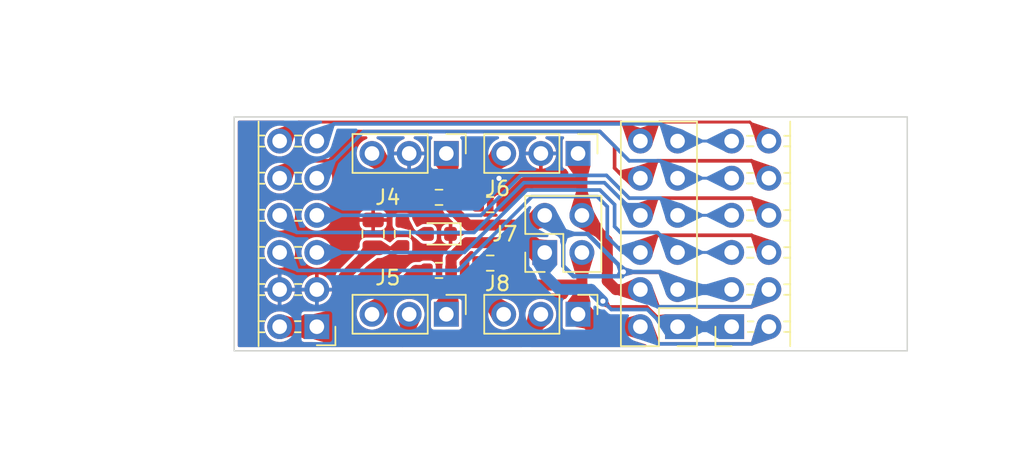
<source format=kicad_pcb>
(kicad_pcb (version 20221018) (generator pcbnew)
  (layers (0 "F.Cu" power) (31 "B.Cu" mixed) (34 "B.Paste" user) (35 "F.Paste" user) (36 "B.SilkS" user "B.Silkscreen") (37 "F.SilkS" user "F.Silkscreen") (38 "B.Mask" user) (39 "F.Mask" user) (44 "Edge.Cuts" user))
  (net 0 "")
  (net 1 "/in_1")
  (net 2 "/in_7")
  (net 3 "/in_2")
  (net 4 "/in_8")
  (net 5 "/in_3")
  (net 6 "/in_9")
  (net 7 "/in_4")
  (net 8 "/in_10")
  (net 9 "/in_gnd")
  (net 10 "/in_pwr")
  (net 11 "/out_gnd_5")
  (net 12 "/out_gnd_11")
  (net 13 "/out_pwr_6")
  (net 14 "/out_pwr_12")
  (net 15 "Net-(D1-A)")
  (net 16 "Net-(J4-Pin_3)")
  (net 17 "Net-(J5-Pin_3)")
  (net 18 "Net-(J6-Pin_3)")
  (net 19 "Net-(J8-Pin_3)")
  (footprint "Capacitor_SMD:C_0805_2012Metric" (layer "F.Cu") (at 92.5 84 90)
    (fp_text reference "C1" hide)
    (fp_text value "22u")
    (fp_line (start -0.261252 -0.735) (end 0.261252 -0.735) (stroke (width 0.12)) (layer "F.SilkS"))
    (fp_line (start -0.261252 0.735) (end 0.261252 0.735) (stroke (width 0.12)) (layer "F.SilkS"))
    (pad "1" smd roundrect (at -0.95 0 90) (size 1 1.45) (layers "F.Cu" "F.Paste" "F.Mask") (net 10 "/in_pwr"))
    (pad "2" smd roundrect (at 0.95 0 90) (size 1 1.45) (layers "F.Cu" "F.Paste" "F.Mask") (net 9 "/in_gnd"))
  )
  (footprint "Resistor_SMD:R_0603_1608Metric" (layer "F.Cu") (at 100.5 86)
    (fp_text reference "R4" hide)
    (fp_text value "R_sense")
    (fp_line (start -0.237258 -0.5225) (end 0.237258 -0.5225) (stroke (width 0.12)) (layer "F.SilkS"))
    (fp_line (start -0.237258 0.5225) (end 0.237258 0.5225) (stroke (width 0.12)) (layer "F.SilkS"))
    (pad "1" smd roundrect (at -0.825 0) (size 0.8 0.95) (layers "F.Cu" "F.Paste" "F.Mask") (net 19 "Net-(J8-Pin_3)"))
    (pad "2" smd roundrect (at 0.825 0) (size 0.8 0.95) (layers "F.Cu" "F.Paste" "F.Mask") (net 13 "/out_pwr_6"))
  )
  (footprint "LED_SMD:LED_0603_1608Metric" (layer "F.Cu") (at 97 84 180)
    (fp_text reference "D1" hide)
    (fp_text value "0603_LED_Green")
    (fp_line (start -1.485 -0.735) (end -1.485 0.735) (stroke (width 0.12)) (layer "F.SilkS"))
    (fp_line (start -1.485 0.735) (end 0.8 0.735) (stroke (width 0.12)) (layer "F.SilkS"))
    (fp_line (start 0.8 -0.735) (end -1.485 -0.735) (stroke (width 0.12)) (layer "F.SilkS"))
    (pad "1" smd roundrect (at -0.7875 0 180) (size 0.875 0.95) (layers "F.Cu" "F.Paste" "F.Mask") (net 9 "/in_gnd"))
    (pad "2" smd roundrect (at 0.7875 0 180) (size 0.875 0.95) (layers "F.Cu" "F.Paste" "F.Mask") (net 15 "Net-(D1-A)"))
  )
  (footprint "Connector_PinHeader_2.54mm:PinHeader_1x03_P2.54mm_Vertical" (layer "F.Cu") (at 106.5 78.5 -90)
    (fp_text reference "J6" (at 2.4 5.5 180) (layer "F.SilkS"))
    (fp_text value "Conn_01x03")
    (fp_line (start -1.33 -1.33) (end 0 -1.33) (stroke (width 0.12)) (layer "F.SilkS"))
    (fp_line (start -1.33 0) (end -1.33 -1.33) (stroke (width 0.12)) (layer "F.SilkS"))
    (fp_line (start -1.33 1.27) (end -1.33 6.41) (stroke (width 0.12)) (layer "F.SilkS"))
    (fp_line (start -1.33 1.27) (end 1.33 1.27) (stroke (width 0.12)) (layer "F.SilkS"))
    (fp_line (start -1.33 6.41) (end 1.33 6.41) (stroke (width 0.12)) (layer "F.SilkS"))
    (fp_line (start 1.33 1.27) (end 1.33 6.41) (stroke (width 0.12)) (layer "F.SilkS"))
    (pad "1" thru_hole rect (at 0 0 270) (size 1.7 1.7) (drill 1) (layers "*.Cu" "*.Mask") (net 11 "/out_gnd_5"))
    (pad "2" thru_hole oval (at 0 2.54 270) (size 1.7 1.7) (drill 1) (layers "*.Cu" "*.Mask") (net 9 "/in_gnd"))
    (pad "3" thru_hole oval (at 0 5.08 270) (size 1.7 1.7) (drill 1) (layers "*.Cu" "*.Mask") (net 18 "Net-(J6-Pin_3)"))
  )
  (footprint "Connector_PinHeader_2.54mm:PinHeader_1x03_P2.54mm_Vertical" (layer "F.Cu") (at 106.5 89.5 -90)
    (fp_text reference "J8" (at -2.1 5.5 180) (layer "F.SilkS"))
    (fp_text value "Conn_01x03")
    (fp_line (start -1.33 -1.33) (end 0 -1.33) (stroke (width 0.12)) (layer "F.SilkS"))
    (fp_line (start -1.33 0) (end -1.33 -1.33) (stroke (width 0.12)) (layer "F.SilkS"))
    (fp_line (start -1.33 1.27) (end -1.33 6.41) (stroke (width 0.12)) (layer "F.SilkS"))
    (fp_line (start -1.33 1.27) (end 1.33 1.27) (stroke (width 0.12)) (layer "F.SilkS"))
    (fp_line (start -1.33 6.41) (end 1.33 6.41) (stroke (width 0.12)) (layer "F.SilkS"))
    (fp_line (start 1.33 1.27) (end 1.33 6.41) (stroke (width 0.12)) (layer "F.SilkS"))
    (pad "1" thru_hole rect (at 0 0 270) (size 1.7 1.7) (drill 1) (layers "*.Cu" "*.Mask") (net 13 "/out_pwr_6"))
    (pad "2" thru_hole oval (at 0 2.54 270) (size 1.7 1.7) (drill 1) (layers "*.Cu" "*.Mask") (net 10 "/in_pwr"))
    (pad "3" thru_hole oval (at 0 5.08 270) (size 1.7 1.7) (drill 1) (layers "*.Cu" "*.Mask") (net 19 "Net-(J8-Pin_3)"))
  )
  (footprint "Resistor_SMD:R_0603_1608Metric" (layer "F.Cu") (at 97 86.5)
    (fp_text reference "R2" hide)
    (fp_text value "R_sense")
    (fp_line (start -0.237258 -0.5225) (end 0.237258 -0.5225) (stroke (width 0.12)) (layer "F.SilkS"))
    (fp_line (start -0.237258 0.5225) (end 0.237258 0.5225) (stroke (width 0.12)) (layer "F.SilkS"))
    (pad "1" smd roundrect (at -0.825 0) (size 0.8 0.95) (layers "F.Cu" "F.Paste" "F.Mask") (net 17 "Net-(J5-Pin_3)"))
    (pad "2" smd roundrect (at 0.825 0) (size 0.8 0.95) (layers "F.Cu" "F.Paste" "F.Mask") (net 14 "/out_pwr_12"))
  )
  (footprint "Connector_PinHeader_2.54mm:PinHeader_1x03_P2.54mm_Vertical" (layer "F.Cu") (at 97.5 89.5 -90)
    (fp_text reference "J5" (at -2.5 4 -180) (layer "F.SilkS"))
    (fp_text value "Conn_01x03")
    (fp_line (start -1.33 -1.33) (end 0 -1.33) (stroke (width 0.12)) (layer "F.SilkS"))
    (fp_line (start -1.33 0) (end -1.33 -1.33) (stroke (width 0.12)) (layer "F.SilkS"))
    (fp_line (start -1.33 1.27) (end -1.33 6.41) (stroke (width 0.12)) (layer "F.SilkS"))
    (fp_line (start -1.33 1.27) (end 1.33 1.27) (stroke (width 0.12)) (layer "F.SilkS"))
    (fp_line (start -1.33 6.41) (end 1.33 6.41) (stroke (width 0.12)) (layer "F.SilkS"))
    (fp_line (start 1.33 1.27) (end 1.33 6.41) (stroke (width 0.12)) (layer "F.SilkS"))
    (pad "1" thru_hole rect (at 0 0 270) (size 1.7 1.7) (drill 1) (layers "*.Cu" "*.Mask") (net 14 "/out_pwr_12"))
    (pad "2" thru_hole oval (at 0 2.54 270) (size 1.7 1.7) (drill 1) (layers "*.Cu" "*.Mask") (net 10 "/in_pwr"))
    (pad "3" thru_hole oval (at 0 5.08 270) (size 1.7 1.7) (drill 1) (layers "*.Cu" "*.Mask") (net 17 "Net-(J5-Pin_3)"))
  )
  (footprint "Connector_PinHeader_2.54mm:PinHeader_2x06_P2.54mm_Vertical" (layer "F.Cu") (at 113.3 90.35 180)
    (fp_text reference "J2" hide)
    (fp_text value "Conn_02x06_pins")
    (fp_line (start -1.33 -1.33) (end 0 -1.33) (stroke (width 0.12)) (layer "F.SilkS"))
    (fp_line (start -1.33 0) (end -1.33 -1.33) (stroke (width 0.12)) (layer "F.SilkS"))
    (fp_line (start -1.33 1.27) (end -1.33 14.03) (stroke (width 0.12)) (layer "F.SilkS"))
    (fp_line (start -1.33 1.27) (end 1.27 1.27) (stroke (width 0.12)) (layer "F.SilkS"))
    (fp_line (start -1.33 14.03) (end 3.87 14.03) (stroke (width 0.12)) (layer "F.SilkS"))
    (fp_line (start 1.27 -1.33) (end 3.87 -1.33) (stroke (width 0.12)) (layer "F.SilkS"))
    (fp_line (start 1.27 1.27) (end 1.27 -1.33) (stroke (width 0.12)) (layer "F.SilkS"))
    (fp_line (start 3.87 -1.33) (end 3.87 14.03) (stroke (width 0.12)) (layer "F.SilkS"))
    (pad "1" thru_hole rect (at 0 0 180) (size 1.7 1.7) (drill 1) (layers "*.Cu" "*.Mask") (net 14 "/out_pwr_12"))
    (pad "2" thru_hole oval (at 2.54 0 180) (size 1.7 1.7) (drill 1) (layers "*.Cu" "*.Mask") (net 13 "/out_pwr_6"))
    (pad "3" thru_hole oval (at 0 2.54 180) (size 1.7 1.7) (drill 1) (layers "*.Cu" "*.Mask") (net 12 "/out_gnd_11"))
    (pad "4" thru_hole oval (at 2.54 2.54 180) (size 1.7 1.7) (drill 1) (layers "*.Cu" "*.Mask") (net 11 "/out_gnd_5"))
    (pad "5" thru_hole oval (at 0 5.08 180) (size 1.7 1.7) (drill 1) (layers "*.Cu" "*.Mask") (net 8 "/in_10"))
    (pad "6" thru_hole oval (at 2.54 5.08 180) (size 1.7 1.7) (drill 1) (layers "*.Cu" "*.Mask") (net 7 "/in_4"))
    (pad "7" thru_hole oval (at 0 7.62 180) (size 1.7 1.7) (drill 1) (layers "*.Cu" "*.Mask") (net 6 "/in_9"))
    (pad "8" thru_hole oval (at 2.54 7.62 180) (size 1.7 1.7) (drill 1) (layers "*.Cu" "*.Mask") (net 5 "/in_3"))
    (pad "9" thru_hole oval (at 0 10.16 180) (size 1.7 1.7) (drill 1) (layers "*.Cu" "*.Mask") (net 4 "/in_8"))
    (pad "10" thru_hole oval (at 2.54 10.16 180) (size 1.7 1.7) (drill 1) (layers "*.Cu" "*.Mask") (net 3 "/in_2"))
    (pad "11" thru_hole oval (at 0 12.7 180) (size 1.7 1.7) (drill 1) (layers "*.Cu" "*.Mask") (net 2 "/in_7"))
    (pad "12" thru_hole oval (at 2.54 12.7 180) (size 1.7 1.7) (drill 1) (layers "*.Cu" "*.Mask") (net 1 "/in_1"))
  )
  (footprint "Resistor_SMD:R_0603_1608Metric" (layer "F.Cu") (at 97 81.5)
    (fp_text reference "R1" hide)
    (fp_text value "R_sense")
    (fp_line (start -0.237258 -0.5225) (end 0.237258 -0.5225) (stroke (width 0.12)) (layer "F.SilkS"))
    (fp_line (start -0.237258 0.5225) (end 0.237258 0.5225) (stroke (width 0.12)) (layer "F.SilkS"))
    (pad "1" smd roundrect (at -0.825 0) (size 0.8 0.95) (layers "F.Cu" "F.Paste" "F.Mask") (net 16 "Net-(J4-Pin_3)"))
    (pad "2" smd roundrect (at 0.825 0) (size 0.8 0.95) (layers "F.Cu" "F.Paste" "F.Mask") (net 12 "/out_gnd_11"))
  )
  (footprint "Connector_PinHeader_2.54mm:PinHeader_2x06_P2.54mm_Horizontal" (layer "F.Cu") (at 88.65 90.35 180)
    (fp_text reference "J1" hide)
    (fp_text value "Conn_02x06_male_plug")
    (fp_line (start -1.27 -1.27) (end 0 -1.27) (stroke (width 0.12)) (layer "F.SilkS"))
    (fp_line (start -1.27 0) (end -1.27 -1.27) (stroke (width 0.12)) (layer "F.SilkS"))
    (fp_line (start 1.042929 2.16) (end 1.497071 2.16) (stroke (width 0.12)) (layer "F.SilkS"))
    (fp_line (start 1.042929 2.92) (end 1.497071 2.92) (stroke (width 0.12)) (layer "F.SilkS"))
    (fp_line (start 1.042929 4.7) (end 1.497071 4.7) (stroke (width 0.12)) (layer "F.SilkS"))
    (fp_line (start 1.042929 5.46) (end 1.497071 5.46) (stroke (width 0.12)) (layer "F.SilkS"))
    (fp_line (start 1.042929 7.24) (end 1.497071 7.24) (stroke (width 0.12)) (layer "F.SilkS"))
    (fp_line (start 1.042929 8) (end 1.497071 8) (stroke (width 0.12)) (layer "F.SilkS"))
    (fp_line (start 1.042929 9.78) (end 1.497071 9.78) (stroke (width 0.12)) (layer "F.SilkS"))
    (fp_line (start 1.042929 10.54) (end 1.497071 10.54) (stroke (width 0.12)) (layer "F.SilkS"))
    (fp_line (start 1.042929 12.32) (end 1.497071 12.32) (stroke (width 0.12)) (layer "F.SilkS"))
    (fp_line (start 1.042929 13.08) (end 1.497071 13.08) (stroke (width 0.12)) (layer "F.SilkS"))
    (fp_line (start 1.11 -0.38) (end 1.497071 -0.38) (stroke (width 0.12)) (layer "F.SilkS"))
    (fp_line (start 1.11 0.38) (end 1.497071 0.38) (stroke (width 0.12)) (layer "F.SilkS"))
    (fp_line (start 3.582929 -0.38) (end 3.98 -0.38) (stroke (width 0.12)) (layer "F.SilkS"))
    (fp_line (start 3.582929 0.38) (end 3.98 0.38) (stroke (width 0.12)) (layer "F.SilkS"))
    (fp_line (start 3.582929 2.16) (end 3.98 2.16) (stroke (width 0.12)) (layer "F.SilkS"))
    (fp_line (start 3.582929 2.92) (end 3.98 2.92) (stroke (width 0.12)) (layer "F.SilkS"))
    (fp_line (start 3.582929 4.7) (end 3.98 4.7) (stroke (width 0.12)) (layer "F.SilkS"))
    (fp_line (start 3.582929 5.46) (end 3.98 5.46) (stroke (width 0.12)) (layer "F.SilkS"))
    (fp_line (start 3.582929 7.24) (end 3.98 7.24) (stroke (width 0.12)) (layer "F.SilkS"))
    (fp_line (start 3.582929 8) (end 3.98 8) (stroke (width 0.12)) (layer "F.SilkS"))
    (fp_line (start 3.582929 9.78) (end 3.98 9.78) (stroke (width 0.12)) (layer "F.SilkS"))
    (fp_line (start 3.582929 10.54) (end 3.98 10.54) (stroke (width 0.12)) (layer "F.SilkS"))
    (fp_line (start 3.582929 12.32) (end 3.98 12.32) (stroke (width 0.12)) (layer "F.SilkS"))
    (fp_line (start 3.582929 13.08) (end 3.98 13.08) (stroke (width 0.12)) (layer "F.SilkS"))
    (fp_line (start 3.98 -1.33) (end 3.98 14.03) (stroke (width 0.12)) (layer "F.SilkS"))
    (pad "1" thru_hole rect (at 0 0 180) (size 1.7 1.7) (drill 1) (layers "*.Cu" "*.Mask") (net 10 "/in_pwr"))
    (pad "2" thru_hole oval (at 2.54 0 180) (size 1.7 1.7) (drill 1) (layers "*.Cu" "*.Mask") (net 10 "/in_pwr"))
    (pad "3" thru_hole oval (at 0 2.54 180) (size 1.7 1.7) (drill 1) (layers "*.Cu" "*.Mask") (net 9 "/in_gnd"))
    (pad "4" thru_hole oval (at 2.54 2.54 180) (size 1.7 1.7) (drill 1) (layers "*.Cu" "*.Mask") (net 9 "/in_gnd"))
    (pad "5" thru_hole oval (at 0 5.08 180) (size 1.7 1.7) (drill 1) (layers "*.Cu" "*.Mask") (net 8 "/in_10"))
    (pad "6" thru_hole oval (at 2.54 5.08 180) (size 1.7 1.7) (drill 1) (layers "*.Cu" "*.Mask") (net 7 "/in_4"))
    (pad "7" thru_hole oval (at 0 7.62 180) (size 1.7 1.7) (drill 1) (layers "*.Cu" "*.Mask") (net 6 "/in_9"))
    (pad "8" thru_hole oval (at 2.54 7.62 180) (size 1.7 1.7) (drill 1) (layers "*.Cu" "*.Mask") (net 5 "/in_3"))
    (pad "9" thru_hole oval (at 0 10.16 180) (size 1.7 1.7) (drill 1) (layers "*.Cu" "*.Mask") (net 4 "/in_8"))
    (pad "10" thru_hole oval (at 2.54 10.16 180) (size 1.7 1.7) (drill 1) (layers "*.Cu" "*.Mask") (net 3 "/in_2"))
    (pad "11" thru_hole oval (at 0 12.7 180) (size 1.7 1.7) (drill 1) (layers "*.Cu" "*.Mask") (net 2 "/in_7"))
    (pad "12" thru_hole oval (at 2.54 12.7 180) (size 1.7 1.7) (drill 1) (layers "*.Cu" "*.Mask") (net 1 "/in_1"))
  )
  (footprint "Resistor_SMD:R_0603_1608Metric" (layer "F.Cu") (at 94.5 84 -90)
    (fp_text reference "R5" hide)
    (fp_text value "22k")
    (fp_line (start -0.237258 -0.5225) (end 0.237258 -0.5225) (stroke (width 0.12)) (layer "F.SilkS"))
    (fp_line (start -0.237258 0.5225) (end 0.237258 0.5225) (stroke (width 0.12)) (layer "F.SilkS"))
    (pad "1" smd roundrect (at -0.825 0 270) (size 0.8 0.95) (layers "F.Cu" "F.Paste" "F.Mask") (net 15 "Net-(D1-A)"))
    (pad "2" smd roundrect (at 0.825 0 270) (size 0.8 0.95) (layers "F.Cu" "F.Paste" "F.Mask") (net 10 "/in_pwr"))
  )
  (footprint "Connector_PinHeader_2.54mm:PinHeader_2x02_P2.54mm_Vertical" (layer "F.Cu") (at 104.225 85.275 90)
    (fp_text reference "J7" (at 1.27 -2.725 180) (layer "F.SilkS"))
    (fp_text value "Conn_02x02_Odd_Even")
    (fp_line (start -1.33 -1.33) (end 0 -1.33) (stroke (width 0.12)) (layer "F.SilkS"))
    (fp_line (start -1.33 0) (end -1.33 -1.33) (stroke (width 0.12)) (layer "F.SilkS"))
    (fp_line (start -1.33 1.27) (end -1.33 3.87) (stroke (width 0.12)) (layer "F.SilkS"))
    (fp_line (start -1.33 1.27) (end 1.27 1.27) (stroke (width 0.12)) (layer "F.SilkS"))
    (fp_line (start -1.33 3.87) (end 3.87 3.87) (stroke (width 0.12)) (layer "F.SilkS"))
    (fp_line (start 1.27 -1.33) (end 3.87 -1.33) (stroke (width 0.12)) (layer "F.SilkS"))
    (fp_line (start 1.27 1.27) (end 1.27 -1.33) (stroke (width 0.12)) (layer "F.SilkS"))
    (fp_line (start 3.87 -1.33) (end 3.87 3.87) (stroke (width 0.12)) (layer "F.SilkS"))
    (pad "1" thru_hole rect (at 0 0 90) (size 1.7 1.7) (drill 1) (layers "*.Cu" "*.Mask") (net 14 "/out_pwr_12"))
    (pad "2" thru_hole oval (at 2.54 0 90) (size 1.7 1.7) (drill 1) (layers "*.Cu" "*.Mask") (net 12 "/out_gnd_11"))
    (pad "3" thru_hole oval (at 0 2.54 90) (size 1.7 1.7) (drill 1) (layers "*.Cu" "*.Mask") (net 13 "/out_pwr_6"))
    (pad "4" thru_hole oval (at 2.54 2.54 90) (size 1.7 1.7) (drill 1) (layers "*.Cu" "*.Mask") (net 11 "/out_gnd_5"))
  )
  (footprint "Connector_PinHeader_2.54mm:PinHeader_1x03_P2.54mm_Vertical" (layer "F.Cu") (at 97.5 78.5 -90)
    (fp_text reference "J4" (at 3 4 -180) (layer "F.SilkS"))
    (fp_text value "Conn_01x03")
    (fp_line (start -1.33 -1.33) (end 0 -1.33) (stroke (width 0.12)) (layer "F.SilkS"))
    (fp_line (start -1.33 0) (end -1.33 -1.33) (stroke (width 0.12)) (layer "F.SilkS"))
    (fp_line (start -1.33 1.27) (end -1.33 6.41) (stroke (width 0.12)) (layer "F.SilkS"))
    (fp_line (start -1.33 1.27) (end 1.33 1.27) (stroke (width 0.12)) (layer "F.SilkS"))
    (fp_line (start -1.33 6.41) (end 1.33 6.41) (stroke (width 0.12)) (layer "F.SilkS"))
    (fp_line (start 1.33 1.27) (end 1.33 6.41) (stroke (width 0.12)) (layer "F.SilkS"))
    (pad "1" thru_hole rect (at 0 0 270) (size 1.7 1.7) (drill 1) (layers "*.Cu" "*.Mask") (net 12 "/out_gnd_11"))
    (pad "2" thru_hole oval (at 0 2.54 270) (size 1.7 1.7) (drill 1) (layers "*.Cu" "*.Mask") (net 9 "/in_gnd"))
    (pad "3" thru_hole oval (at 0 5.08 270) (size 1.7 1.7) (drill 1) (layers "*.Cu" "*.Mask") (net 16 "Net-(J4-Pin_3)"))
  )
  (footprint "Resistor_SMD:R_0603_1608Metric" (layer "F.Cu") (at 100.5 82)
    (fp_text reference "R3" hide)
    (fp_text value "R_sense")
    (fp_line (start -0.237258 -0.5225) (end 0.237258 -0.5225) (stroke (width 0.12)) (layer "F.SilkS"))
    (fp_line (start -0.237258 0.5225) (end 0.237258 0.5225) (stroke (width 0.12)) (layer "F.SilkS"))
    (pad "1" smd roundrect (at -0.825 0) (size 0.8 0.95) (layers "F.Cu" "F.Paste" "F.Mask") (net 18 "Net-(J6-Pin_3)"))
    (pad "2" smd roundrect (at 0.825 0) (size 0.8 0.95) (layers "F.Cu" "F.Paste" "F.Mask") (net 11 "/out_gnd_5"))
  )
  (footprint "Connector_PinSocket_2.54mm:PinSocket_2x06_P2.54mm_Horizontal" (layer "F.Cu") (at 117 90.35 180)
    (fp_text reference "J3" hide)
    (fp_text value "Conn_02x06_female_receptable")
    (fp_line (start -4 -1.33) (end -4 14.03) (stroke (width 0.12)) (layer "F.SilkS"))
    (fp_line (start -4 -0.36) (end -3.59 -0.36) (stroke (width 0.12)) (layer "F.SilkS"))
    (fp_line (start -4 0.36) (end -3.59 0.36) (stroke (width 0.12)) (layer "F.SilkS"))
    (fp_line (start -4 2.18) (end -3.59 2.18) (stroke (width 0.12)) (layer "F.SilkS"))
    (fp_line (start -4 2.9) (end -3.59 2.9) (stroke (width 0.12)) (layer "F.SilkS"))
    (fp_line (start -4 4.72) (end -3.59 4.72) (stroke (width 0.12)) (layer "F.SilkS"))
    (fp_line (start -4 5.44) (end -3.59 5.44) (stroke (width 0.12)) (layer "F.SilkS"))
    (fp_line (start -4 7.26) (end -3.59 7.26) (stroke (width 0.12)) (layer "F.SilkS"))
    (fp_line (start -4 7.98) (end -3.59 7.98) (stroke (width 0.12)) (layer "F.SilkS"))
    (fp_line (start -4 9.8) (end -3.59 9.8) (stroke (width 0.12)) (layer "F.SilkS"))
    (fp_line (start -4 10.52) (end -3.59 10.52) (stroke (width 0.12)) (layer "F.SilkS"))
    (fp_line (start -4 12.34) (end -3.59 12.34) (stroke (width 0.12)) (layer "F.SilkS"))
    (fp_line (start -4 13.06) (end -3.59 13.06) (stroke (width 0.12)) (layer "F.SilkS"))
    (fp_line (start -1.49 -0.36) (end -1.11 -0.36) (stroke (width 0.12)) (layer "F.SilkS"))
    (fp_line (start -1.49 0.36) (end -1.11 0.36) (stroke (width 0.12)) (layer "F.SilkS"))
    (fp_line (start -1.49 2.18) (end -1.05 2.18) (stroke (width 0.12)) (layer "F.SilkS"))
    (fp_line (start -1.49 2.9) (end -1.05 2.9) (stroke (width 0.12)) (layer "F.SilkS"))
    (fp_line (start -1.49 4.72) (end -1.05 4.72) (stroke (width 0.12)) (layer "F.SilkS"))
    (fp_line (start -1.49 5.44) (end -1.05 5.44) (stroke (width 0.12)) (layer "F.SilkS"))
    (fp_line (start -1.49 7.26) (end -1.05 7.26) (stroke (width 0.12)) (layer "F.SilkS"))
    (fp_line (start -1.49 7.98) (end -1.05 7.98) (stroke (width 0.12)) (layer "F.SilkS"))
    (fp_line (start -1.49 9.8) (end -1.05 9.8) (stroke (width 0.12)) (layer "F.SilkS"))
    (fp_line (start -1.49 10.52) (end -1.05 10.52) (stroke (width 0.12)) (layer "F.SilkS"))
    (fp_line (start -1.49 12.34) (end -1.05 12.34) (stroke (width 0.12)) (layer "F.SilkS"))
    (fp_line (start -1.49 13.06) (end -1.05 13.06) (stroke (width 0.12)) (layer "F.SilkS"))
    (fp_line (start 0 -1.33) (end 1.11 -1.33) (stroke (width 0.12)) (layer "F.SilkS"))
    (fp_line (start 1.11 -1.33) (end 1.11 0) (stroke (width 0.12)) (layer "F.SilkS"))
    (pad "1" thru_hole rect (at 0 0 180) (size 1.7 1.7) (drill 1) (layers "*.Cu" "*.Mask") (net 14 "/out_pwr_12"))
    (pad "2" thru_hole oval (at -2.54 0 180) (size 1.7 1.7) (drill 1) (layers "*.Cu" "*.Mask") (net 13 "/out_pwr_6"))
    (pad "3" thru_hole oval (at 0 2.54 180) (size 1.7 1.7) (drill 1) (layers "*.Cu" "*.Mask") (net 12 "/out_gnd_11"))
    (pad "4" thru_hole oval (at -2.54 2.54 180) (size 1.7 1.7) (drill 1) (layers "*.Cu" "*.Mask") (net 11 "/out_gnd_5"))
    (pad "5" thru_hole oval (at 0 5.08 180) (size 1.7 1.7) (drill 1) (layers "*.Cu" "*.Mask") (net 8 "/in_10"))
    (pad "6" thru_hole oval (at -2.54 5.08 180) (size 1.7 1.7) (drill 1) (layers "*.Cu" "*.Mask") (net 7 "/in_4"))
    (pad "7" thru_hole oval (at 0 7.62 180) (size 1.7 1.7) (drill 1) (layers "*.Cu" "*.Mask") (net 6 "/in_9"))
    (pad "8" thru_hole oval (at -2.54 7.62 180) (size 1.7 1.7) (drill 1) (layers "*.Cu" "*.Mask") (net 5 "/in_3"))
    (pad "9" thru_hole oval (at 0 10.16 180) (size 1.7 1.7) (drill 1) (layers "*.Cu" "*.Mask") (net 4 "/in_8"))
    (pad "10" thru_hole oval (at -2.54 10.16 180) (size 1.7 1.7) (drill 1) (layers "*.Cu" "*.Mask") (net 3 "/in_2"))
    (pad "11" thru_hole oval (at 0 12.7 180) (size 1.7 1.7) (drill 1) (layers "*.Cu" "*.Mask") (net 2 "/in_7"))
    (pad "12" thru_hole oval (at -2.54 12.7 180) (size 1.7 1.7) (drill 1) (layers "*.Cu" "*.Mask") (net 1 "/in_1"))
  )
  (gr_line (start 129 76) (end 83 76) (stroke (width 0.1)) (layer "Edge.Cuts"))
  (gr_line (start 83 92) (end 129 92) (stroke (width 0.1)) (layer "Edge.Cuts"))
  (gr_line (start 129 76) (end 129 92) (stroke (width 0.1)) (layer "Edge.Cuts"))
  (gr_line (start 83 92) (end 83 76) (stroke (width 0.1)) (layer "Edge.Cuts"))
  (segment (start 109.46 76.35) (end 110.76 77.65) (width 0.2) (layer "F.Cu") (net 1))
  (segment (start 110.76 77.65) (end 112.06 76.35) (width 0.2) (layer "F.Cu") (net 1))
  (segment (start 87.41 76.35) (end 109.46 76.35) (width 0.2) (layer "F.Cu") (net 1))
  (segment (start 118.24 76.35) (end 119.54 77.65) (width 0.2) (layer "F.Cu") (net 1))
  (segment (start 112.06 76.35) (end 118.24 76.35) (width 0.2) (layer "F.Cu") (net 1))
  (segment (start 86.11 77.65) (end 87.41 76.35) (width 0.2) (layer "F.Cu") (net 1))
  (segment (start 89.825 76.475) (end 88.65 77.65) (width 0.25) (layer "B.Cu") (net 2))
  (segment (start 112.125 76.475) (end 89.825 76.475) (width 0.25) (layer "B.Cu") (net 2))
  (segment (start 113.3 77.65) (end 112.125 76.475) (width 0.25) (layer "B.Cu") (net 2))
  (segment (start 117 77.65) (end 113.3 77.65) (width 0.2) (layer "B.Cu") (net 2))
  (segment (start 108 77) (end 109 78) (width 0.25) (layer "F.Cu") (net 3))
  (segment (start 109.69 80.19) (end 110.76 80.19) (width 0.25) (layer "F.Cu") (net 3))
  (segment (start 91.5 77) (end 108 77) (width 0.25) (layer "F.Cu") (net 3))
  (segment (start 111.95 79) (end 118.35 79) (width 0.25) (layer "F.Cu") (net 3))
  (segment (start 110.76 80.19) (end 111.95 79) (width 0.25) (layer "F.Cu") (net 3))
  (segment (start 87.3 79) (end 89.5 79) (width 0.25) (layer "F.Cu") (net 3))
  (segment (start 89.5 79) (end 91.5 77) (width 0.25) (layer "F.Cu") (net 3))
  (segment (start 118.35 79) (end 119.54 80.19) (width 0.25) (layer "F.Cu") (net 3))
  (segment (start 109 78) (end 109 79.5) (width 0.25) (layer "F.Cu") (net 3))
  (segment (start 109 79.5) (end 109.69 80.19) (width 0.25) (layer "F.Cu") (net 3))
  (segment (start 86.11 80.19) (end 87.3 79) (width 0.25) (layer "F.Cu") (net 3))
  (segment (start 117 80.19) (end 113.3 80.19) (width 0.2) (layer "B.Cu") (net 4))
  (segment (start 108 77) (end 110 79) (width 0.25) (layer "B.Cu") (net 4))
  (segment (start 112.11 79) (end 113.3 80.19) (width 0.25) (layer "B.Cu") (net 4))
  (segment (start 88.65 80.19) (end 91.84 77) (width 0.25) (layer "B.Cu") (net 4))
  (segment (start 91.84 77) (end 108 77) (width 0.25) (layer "B.Cu") (net 4))
  (segment (start 110 79) (end 112.11 79) (width 0.25) (layer "B.Cu") (net 4))
  (segment (start 118.365 81.555) (end 119.54 82.73) (width 0.25) (layer "F.Cu") (net 5))
  (segment (start 110.76 82.73) (end 111.935 81.555) (width 0.25) (layer "F.Cu") (net 5))
  (segment (start 111.935 81.555) (end 118.365 81.555) (width 0.25) (layer "F.Cu") (net 5))
  (segment (start 108.308604 80.5) (end 102.8 80.5) (width 0.25) (layer "B.Cu") (net 5))
  (segment (start 87.285 83.905) (end 86.11 82.73) (width 0.25) (layer "B.Cu") (net 5))
  (segment (start 110.76 82.73) (end 110.538604 82.73) (width 0.25) (layer "B.Cu") (net 5))
  (segment (start 110.538604 82.73) (end 108.308604 80.5) (width 0.25) (layer "B.Cu") (net 5))
  (segment (start 99.395 83.905) (end 87.285 83.905) (width 0.25) (layer "B.Cu") (net 5))
  (segment (start 102.8 80.5) (end 99.395 83.905) (width 0.25) (layer "B.Cu") (net 5))
  (segment (start 99.87 82.73) (end 88.65 82.73) (width 0.25) (layer "B.Cu") (net 6))
  (segment (start 108.445 80) (end 102.6 80) (width 0.25) (layer "B.Cu") (net 6))
  (segment (start 110 81.555) (end 108.445 80) (width 0.25) (layer "B.Cu") (net 6))
  (segment (start 117 82.73) (end 113.3 82.73) (width 0.2) (layer "B.Cu") (net 6))
  (segment (start 113.3 82.73) (end 112.125 81.555) (width 0.25) (layer "B.Cu") (net 6))
  (segment (start 102.6 80) (end 99.87 82.73) (width 0.25) (layer "B.Cu") (net 6))
  (segment (start 112.125 81.555) (end 110 81.555) (width 0.25) (layer "B.Cu") (net 6))
  (segment (start 118.365 84.095) (end 119.54 85.27) (width 0.25) (layer "F.Cu") (net 7))
  (segment (start 111.935 84.095) (end 118.365 84.095) (width 0.25) (layer "F.Cu") (net 7))
  (segment (start 110.76 85.27) (end 111.935 84.095) (width 0.25) (layer "F.Cu") (net 7))
  (segment (start 107.813604 81.45) (end 103.35 81.45) (width 0.25) (layer "B.Cu") (net 7))
  (segment (start 103.35 81.45) (end 98.3 86.5) (width 0.25) (layer "B.Cu") (net 7))
  (segment (start 109.557919 85.27) (end 108.5 84.212081) (width 0.25) (layer "B.Cu") (net 7))
  (segment (start 108.5 84.212081) (end 108.5 82.136396) (width 0.25) (layer "B.Cu") (net 7))
  (segment (start 110.76 85.27) (end 109.557919 85.27) (width 0.25) (layer "B.Cu") (net 7))
  (segment (start 108.5 82.136396) (end 107.813604 81.45) (width 0.25) (layer "B.Cu") (net 7))
  (segment (start 87.34 86.5) (end 86.11 85.27) (width 0.25) (layer "B.Cu") (net 7))
  (segment (start 98.3 86.5) (end 87.34 86.5) (width 0.25) (layer "B.Cu") (net 7))
  (segment (start 109 83.5) (end 109 82) (width 0.25) (layer "B.Cu") (net 8))
  (segment (start 109.405 83.905) (end 109 83.5) (width 0.25) (layer "B.Cu") (net 8))
  (segment (start 108 81) (end 103 81) (width 0.25) (layer "B.Cu") (net 8))
  (segment (start 109 82) (end 108 81) (width 0.25) (layer "B.Cu") (net 8))
  (segment (start 117 85.27) (end 113.3 85.27) (width 0.2) (layer "B.Cu") (net 8))
  (segment (start 113.3 85.27) (end 111.935 83.905) (width 0.25) (layer "B.Cu") (net 8))
  (segment (start 98.73 85.27) (end 88.65 85.27) (width 0.25) (layer "B.Cu") (net 8))
  (segment (start 111.935 83.905) (end 109.405 83.905) (width 0.25) (layer "B.Cu") (net 8))
  (segment (start 103 81) (end 98.73 85.27) (width 0.25) (layer "B.Cu") (net 8))
  (via (at 101.1 80.2) (size 0.65) (drill 0.35) (layers "F.Cu" "B.Cu") (net 9))
  (segment (start 88.65 90.35) (end 89.675 91.375) (width 0.75) (layer "F.Cu") (net 10))
  (segment (start 94.5 85) (end 92.95 85) (width 0.2) (layer "F.Cu") (net 10))
  (segment (start 94.96 89.5) (end 94.96 90.915) (width 0.75) (layer "F.Cu") (net 10))
  (segment (start 88.65 90.35) (end 89.15 90.35) (width 0.75) (layer "F.Cu") (net 10))
  (segment (start 90.5 89) (end 90.5 86.95) (width 0.75) (layer "F.Cu") (net 10))
  (segment (start 89.675 91.375) (end 94.5 91.375) (width 0.75) (layer "F.Cu") (net 10))
  (segment (start 90.5 86.95) (end 92.5 84.95) (width 0.75) (layer "F.Cu") (net 10))
  (segment (start 89.15 90.35) (end 90.5 89) (width 0.75) (layer "F.Cu") (net 10))
  (segment (start 103.96 90.04) (end 103.96 89.5) (width 0.75) (layer "F.Cu") (net 10))
  (segment (start 94.5 91.375) (end 102.625 91.375) (width 0.75) (layer "F.Cu") (net 10))
  (segment (start 86.11 90.35) (end 88.65 90.35) (width 0.75) (layer "F.Cu") (net 10))
  (segment (start 102.625 91.375) (end 103.96 90.04) (width 0.75) (layer "F.Cu") (net 10))
  (segment (start 94.96 90.915) (end 94.5 91.375) (width 0.75) (layer "F.Cu") (net 10))
  (segment (start 118.35 89) (end 112 89) (width 0.25) (layer "F.Cu") (net 11))
  (segment (start 102.825 80.5) (end 101.325 82) (width 0.75) (layer "F.Cu") (net 11))
  (segment (start 110.76 87.81) (end 109.81 87.81) (width 0.75) (layer "F.Cu") (net 11))
  (segment (start 109.082793 87.81) (end 108.5 87.227207) (width 0.75) (layer "F.Cu") (net 11))
  (segment (start 110.81 87.81) (end 109.81 87.81) (width 0.25) (layer "F.Cu") (net 11))
  (segment (start 110.76 87.81) (end 109.082793 87.81) (width 0.75) (layer "F.Cu") (net 11))
  (segment (start 108.5 87.227207) (end 108.5 85.5) (width 0.75) (layer "F.Cu") (net 11))
  (segment (start 106.765 82.735) (end 106.765 80.5) (width 0.75) (layer "F.Cu") (net 11))
  (segment (start 108.5 84.47) (end 106.765 82.735) (width 0.75) (layer "F.Cu") (net 11))
  (segment (start 111.19 87.81) (end 109.81 87.81) (width 0.25) (layer "F.Cu") (net 11))
  (segment (start 106.765 80.5) (end 106.765 78.765) (width 0.75) (layer "F.Cu") (net 11))
  (segment (start 103.325 80.5) (end 102.825 80.5) (width 0.75) (layer "F.Cu") (net 11))
  (segment (start 108.5 85.5) (end 108.5 84.47) (width 0.75) (layer "F.Cu") (net 11))
  (segment (start 106.765 78.765) (end 106.5 78.5) (width 0.75) (layer "F.Cu") (net 11))
  (segment (start 103.325 80.5) (end 106.765 80.5) (width 0.75) (layer "F.Cu") (net 11))
  (segment (start 119.54 87.81) (end 118.35 89) (width 0.25) (layer "F.Cu") (net 11))
  (segment (start 108.5 86.5) (end 108.5 85.5) (width 0.75) (layer "F.Cu") (net 11))
  (segment (start 112 89) (end 110.81 87.81) (width 0.25) (layer "F.Cu") (net 11))
  (segment (start 111.935 88.985) (end 110.76 87.81) (width 0.25) (layer "B.Cu") (net 11))
  (segment (start 118.365 88.985) (end 111.935 88.985) (width 0.25) (layer "B.Cu") (net 11))
  (segment (start 119.54 87.81) (end 118.365 88.985) (width 0.25) (layer "B.Cu") (net 11))
  (segment (start 103.56 83.4) (end 99 83.4) (width 0.75) (layer "F.Cu") (net 12))
  (segment (start 97.825 82.225) (end 97.825 81.5) (width 0.75) (layer "F.Cu") (net 12))
  (segment (start 97.825 81.5) (end 97.825 78.825) (width 0.75) (layer "F.Cu") (net 12))
  (segment (start 99 83.4) (end 97.825 82.225) (width 0.75) (layer "F.Cu") (net 12))
  (segment (start 112.1 86.61) (end 109.61 86.61) (width 0.3) (layer "F.Cu") (net 12))
  (segment (start 109.61 86.61) (end 109.6 86.6) (width 0.3) (layer "F.Cu") (net 12))
  (segment (start 97.825 78.825) (end 97.5 78.5) (width 0.75) (layer "F.Cu") (net 12))
  (segment (start 113.3 87.81) (end 112.1 86.61) (width 0.3) (layer "F.Cu") (net 12))
  (segment (start 104.225 82.735) (end 103.56 83.4) (width 0.75) (layer "F.Cu") (net 12))
  (segment (start 113.3 87.81) (end 117 87.81) (width 0.3) (layer "F.Cu") (net 12))
  (via (at 109.6 86.6) (size 0.65) (drill 0.35) (layers "F.Cu" "B.Cu") (net 12))
  (segment (start 112.09 86.6) (end 109.6 86.6) (width 0.3) (layer "B.Cu") (net 12))
  (segment (start 109.6 86.6) (end 109.6 86.448299) (width 0.25) (layer "B.Cu") (net 12))
  (segment (start 109.751701 86.6) (end 109.6 86.6) (width 0.25) (layer "B.Cu") (net 12))
  (segment (start 113.3 87.81) (end 112.09 86.6) (width 0.3) (layer "B.Cu") (net 12))
  (segment (start 117 87.81) (end 113.3 87.81) (width 0.75) (layer "B.Cu") (net 12))
  (segment (start 105.49 84) (end 105.49 86.19) (width 0.3) (layer "B.Cu") (net 12))
  (segment (start 109.6 86.448299) (end 107.151701 84) (width 0.3) (layer "B.Cu") (net 12))
  (segment (start 113.3 87.81) (end 113.21 87.81) (width 0.75) (layer "B.Cu") (net 12))
  (segment (start 105.49 86.19) (end 106.2 86.9) (width 0.3) (layer "B.Cu") (net 12))
  (segment (start 109.786701 86.635) (end 109.751701 86.6) (width 0.25) (layer "B.Cu") (net 12))
  (segment (start 106.2 86.9) (end 109.521701 86.9) (width 0.3) (layer "B.Cu") (net 12))
  (segment (start 105.49 84) (end 104.225 82.735) (width 0.75) (layer "B.Cu") (net 12))
  (segment (start 109.521701 86.9) (end 109.786701 86.635) (width 0.25) (layer "B.Cu") (net 12))
  (segment (start 107.151701 84) (end 105.49 84) (width 0.3) (layer "B.Cu") (net 12))
  (segment (start 106.765 89.235) (end 106.5 89.5) (width 0.75) (layer "F.Cu") (net 13))
  (segment (start 110.76 90.35) (end 109 90.35) (width 0.75) (layer "F.Cu") (net 13))
  (segment (start 102.825 87.5) (end 101.325 86) (width 0.75) (layer "F.Cu") (net 13))
  (segment (start 118.365 91.525) (end 112.025 91.525) (width 0.25) (layer "F.Cu") (net 13))
  (segment (start 110.85 90.35) (end 109 90.35) (width 0.25) (layer "F.Cu") (net 13))
  (segment (start 106.765 87.5) (end 102.825 87.5) (width 0.75) (layer "F.Cu") (net 13))
  (segment (start 106.765 85.275) (end 106.765 87.5) (width 0.75) (layer "F.Cu") (net 13))
  (segment (start 107.35 90.35) (end 106.5 89.5) (width 0.75) (layer "F.Cu") (net 13))
  (segment (start 119.54 90.35) (end 118.365 91.525) (width 0.25) (layer "F.Cu") (net 13))
  (segment (start 106.765 87.5) (end 106.765 89.235) (width 0.75) (layer "F.Cu") (net 13))
  (segment (start 109 90.35) (end 107.35 90.35) (width 0.75) (layer "F.Cu") (net 13))
  (segment (start 112.025 91.525) (end 110.85 90.35) (width 0.25) (layer "F.Cu") (net 13))
  (segment (start 111.935 91.525) (end 110.76 90.35) (width 0.25) (layer "B.Cu") (net 13))
  (segment (start 119.54 90.35) (end 118.365 91.525) (width 0.25) (layer "B.Cu") (net 13))
  (segment (start 118.365 91.525) (end 111.935 91.525) (width 0.25) (layer "B.Cu") (net 13))
  (segment (start 108.6 89) (end 108.2 88.6) (width 0.25) (layer "F.Cu") (net 14))
  (segment (start 110.6 89) (end 110.4 89) (width 0.25) (layer "F.Cu") (net 14))
  (segment (start 97.825 89.175) (end 97.5 89.5) (width 0.75) (layer "F.Cu") (net 14))
  (segment (start 110.6 89) (end 109 89) (width 0.25) (layer "F.Cu") (net 14))
  (segment (start 111.2 89) (end 112.55 90.35) (width 0.25) (layer "F.Cu") (net 14))
  (segment (start 110.4 89) (end 111.2 89) (width 0.25) (layer "F.Cu") (net 14))
  (segment (start 113.3 90.35) (end 117 90.35) (width 0.25) (layer "F.Cu") (net 14))
  (segment (start 97.825 86.5) (end 97.825 89.175) (width 0.75) (layer "F.Cu") (net 14))
  (segment (start 110.4 89) (end 108.6 89) (width 0.25) (layer "F.Cu") (net 14))
  (segment (start 98.9 84.6) (end 97.825 85.675) (width 0.75) (layer "F.Cu") (net 14))
  (segment (start 104.225 85.275) (end 103.55 84.6) (width 0.75) (layer "F.Cu") (net 14))
  (segment (start 97.825 85.675) (end 97.825 86.5) (width 0.75) (layer "F.Cu") (net 14))
  (segment (start 112.55 90.35) (end 113.3 90.35) (width 0.25) (layer "F.Cu") (net 14))
  (segment (start 103.55 84.6) (end 98.9 84.6) (width 0.75) (layer "F.Cu") (net 14))
  (via (at 108.2 88.6) (size 0.65) (drill 0.35) (layers "F.Cu" "B.Cu") (net 14))
  (segment (start 104.225 85.275) (end 104.225 86.825) (width 0.75) (layer "B.Cu") (net 14))
  (segment (start 117 90.35) (end 113.3 90.35) (width 0.75) (layer "B.Cu") (net 14))
  (segment (start 104.225 86.825) (end 105.2 87.8) (width 0.75) (layer "B.Cu") (net 14))
  (segment (start 112.421701 90.35) (end 111.246701 89.175) (width 0.25) (layer "B.Cu") (net 14))
  (segment (start 105.2 87.8) (end 107.4 87.8) (width 0.75) (layer "B.Cu") (net 14))
  (segment (start 108.775 89.175) (end 107.4 87.8) (width 0.25) (layer "B.Cu") (net 14))
  (segment (start 108.2 88.6) (end 107.4 87.8) (width 0.75) (layer "B.Cu") (net 14))
  (segment (start 111.246701 89.175) (end 108.775 89.175) (width 0.25) (layer "B.Cu") (net 14))
  (segment (start 113.3 90.35) (end 112.421701 90.35) (width 0.25) (layer "B.Cu") (net 14))
  (segment (start 95 83.5) (end 94.5 83.5) (width 0.2) (layer "F.Cu") (net 15))
  (segment (start 95.5 84) (end 95 83.5) (width 0.2) (layer "F.Cu") (net 15))
  (segment (start 96.2125 84) (end 95.5 84) (width 0.2) (layer "F.Cu") (net 15))
  (segment (start 95.42 81.5) (end 96.175 81.5) (width 0.75) (layer "F.Cu") (net 16))
  (segment (start 92.42 78.5) (end 95.42 81.5) (width 0.75) (layer "F.Cu") (net 16))
  (segment (start 95.42 86.5) (end 96.175 86.5) (width 0.75) (layer "F.Cu") (net 17))
  (segment (start 92.42 89.5) (end 95.42 86.5) (width 0.75) (layer "F.Cu") (net 17))
  (segment (start 99.675 80.245) (end 101.42 78.5) (width 0.75) (layer "F.Cu") (net 18))
  (segment (start 99.675 82) (end 99.675 80.245) (width 0.75) (layer "F.Cu") (net 18))
  (segment (start 99.675 87.755) (end 99.675 86) (width 0.75) (layer "F.Cu") (net 19))
  (segment (start 99.675 87.755) (end 101.42 89.5) (width 0.75) (layer "F.Cu") (net 19))
  (zone (net 9) (net_name "/in_gnd") (layers "F&B.Cu") (connect_pads (clearance 0.2)) (min_thickness 0.2) (fill yes (thermal_gap 0.2) (thermal_bridge_width 0.25))
    (polygon (pts (xy 67 68) (xy 137 68) (xy 137 99) (xy 67 99)))
  )
)
</source>
